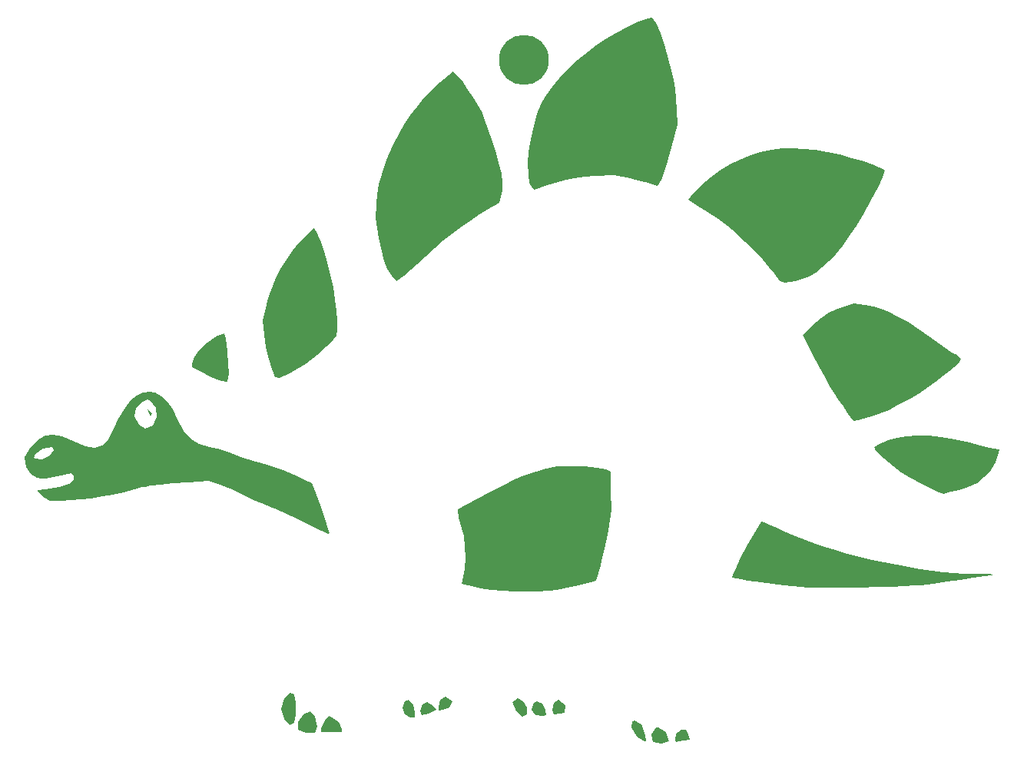
<source format=gbr>
%TF.GenerationSoftware,KiCad,Pcbnew,7.0.1*%
%TF.CreationDate,2023-04-19T22:10:58+02:00*%
%TF.ProjectId,Dino,44696e6f-2e6b-4696-9361-645f70636258,rev?*%
%TF.SameCoordinates,Original*%
%TF.FileFunction,Soldermask,Top*%
%TF.FilePolarity,Negative*%
%FSLAX46Y46*%
G04 Gerber Fmt 4.6, Leading zero omitted, Abs format (unit mm)*
G04 Created by KiCad (PCBNEW 7.0.1) date 2023-04-19 22:10:58*
%MOMM*%
%LPD*%
G01*
G04 APERTURE LIST*
%ADD10C,5.500000*%
G04 APERTURE END LIST*
%TO.C,svg2mod*%
G36*
X39236484Y-70210589D02*
G01*
X39109654Y-70553772D01*
X38708369Y-69590348D01*
X39236484Y-70210589D01*
G37*
G36*
X84802475Y-102373665D02*
G01*
X84741391Y-103221030D01*
X83585524Y-103369040D01*
X83340486Y-102846406D01*
X83561164Y-102107041D01*
X84074183Y-101731560D01*
X84802475Y-102373665D01*
G37*
G36*
X80189617Y-101906875D02*
G01*
X80600285Y-102625929D01*
X80611280Y-103390180D01*
X80095528Y-103600693D01*
X79363788Y-103009590D01*
X78964904Y-101981655D01*
X79582275Y-101588250D01*
X80189617Y-101906875D01*
G37*
G36*
X57246563Y-103648531D02*
G01*
X57478149Y-104705429D01*
X57195565Y-105396490D01*
X56168958Y-105412144D01*
X55360742Y-105037040D01*
X55390580Y-104252027D01*
X55954403Y-103408776D01*
X56683411Y-103058910D01*
X57246563Y-103648531D01*
G37*
G36*
X70264855Y-102408160D02*
G01*
X70567918Y-102793440D01*
X70382321Y-102964950D01*
X69708065Y-103300890D01*
X68984053Y-103439730D01*
X68827068Y-103021320D01*
X69038443Y-102268463D01*
X69543613Y-101992320D01*
X70264855Y-102408160D01*
G37*
G36*
X72361331Y-101929035D02*
G01*
X72038594Y-102612540D01*
X71244523Y-102842760D01*
X70847488Y-102922660D01*
X70847488Y-102551470D01*
X71048875Y-101751173D01*
X71571079Y-101442590D01*
X71571079Y-101442570D01*
X72361331Y-101929035D01*
G37*
G36*
X95917998Y-105344804D02*
G01*
X96222539Y-106329160D01*
X95434465Y-106615815D01*
X94455847Y-106411460D01*
X94293609Y-105538165D01*
X94810595Y-104835060D01*
X95064322Y-104809160D01*
X95064322Y-104809150D01*
X95917998Y-105344804D01*
G37*
G36*
X98320493Y-105568020D02*
G01*
X98529583Y-106143610D01*
X97749606Y-106284560D01*
X97016617Y-106383160D01*
X96922637Y-106136490D01*
X97031567Y-105465305D01*
X97629784Y-105081640D01*
X98069107Y-105037040D01*
X98320493Y-105568020D01*
G37*
G36*
X59098465Y-103672090D02*
G01*
X59817205Y-104173923D01*
X60162710Y-104943070D01*
X60165110Y-105340110D01*
X59011592Y-105340110D01*
X57855725Y-105340110D01*
X57855725Y-104896090D01*
X58292699Y-104015090D01*
X58729673Y-103578110D01*
X59098465Y-103672090D01*
G37*
G36*
X68056870Y-102254564D02*
G01*
X68223286Y-103195140D01*
X68176306Y-103681450D01*
X67744030Y-103723750D01*
X67136660Y-103390238D01*
X66875341Y-102604392D01*
X67137905Y-101900680D01*
X67539639Y-101785560D01*
X67539634Y-101785550D01*
X68056870Y-102254564D01*
G37*
G36*
X81699012Y-101917200D02*
G01*
X82280229Y-102153086D01*
X82631694Y-102901560D01*
X82713924Y-103423110D01*
X82373272Y-103512310D01*
X81494736Y-103423876D01*
X81052375Y-102845114D01*
X81306679Y-102116820D01*
X81699016Y-101917120D01*
X81699012Y-101917200D01*
G37*
G36*
X92418990Y-104038900D02*
G01*
X93164734Y-104456145D01*
X93610097Y-105636440D01*
X93694667Y-106350640D01*
X93492624Y-106345640D01*
X92711198Y-105834726D01*
X92134902Y-104839654D01*
X92202845Y-104118480D01*
X92418983Y-104038580D01*
X92418990Y-104038900D01*
G37*
G36*
X54940216Y-101184170D02*
G01*
X55089857Y-102010425D01*
X55100140Y-103393242D01*
X54963706Y-104339310D01*
X54410844Y-104530896D01*
X53808627Y-103863737D01*
X53525919Y-102746470D01*
X53822054Y-101565909D01*
X54477396Y-101012670D01*
X54477398Y-101012670D01*
X54940216Y-101184170D01*
G37*
G36*
X47385754Y-61979803D02*
G01*
X47552100Y-63312379D01*
X47685405Y-64768503D01*
X47724509Y-65779014D01*
X47724505Y-65779014D01*
X47536174Y-66731589D01*
X46911779Y-66586125D01*
X45811407Y-66166315D01*
X44649325Y-65630209D01*
X43638928Y-65111459D01*
X43687439Y-64765338D01*
X43922346Y-63975597D01*
X44396507Y-63231696D01*
X45104579Y-62542018D01*
X46419801Y-61665664D01*
X47247522Y-61339938D01*
X47385754Y-61979803D01*
G37*
G36*
X124870915Y-72666184D02*
G01*
X126240735Y-72812928D01*
X127717630Y-73065786D01*
X129306250Y-73424711D01*
X130509198Y-73720163D01*
X131512237Y-73956493D01*
X132098218Y-74082534D01*
X132652878Y-74180434D01*
X132558213Y-74568326D01*
X132207822Y-75568986D01*
X131680452Y-76460565D01*
X130993616Y-77226982D01*
X130164830Y-77852158D01*
X129211607Y-78320011D01*
X128151462Y-78614461D01*
X126951242Y-78914740D01*
X126951290Y-78914744D01*
X126452878Y-79036494D01*
X125758389Y-78812028D01*
X124264198Y-78046246D01*
X122851501Y-77285470D01*
X121849428Y-76678238D01*
X120978709Y-76038624D01*
X119960074Y-75180700D01*
X119011003Y-74313813D01*
X118883579Y-73887743D01*
X119465172Y-73525859D01*
X120369373Y-73141312D01*
X121357398Y-72863119D01*
X122433897Y-72691232D01*
X123603519Y-72625603D01*
X124870915Y-72666184D01*
G37*
G36*
X57355540Y-50209368D02*
G01*
X57785009Y-51161971D01*
X58194898Y-52298513D01*
X58574969Y-53565594D01*
X58914982Y-54909812D01*
X59204698Y-56277767D01*
X59433879Y-57616057D01*
X59592284Y-58871281D01*
X59669674Y-59990038D01*
X59655811Y-60918928D01*
X59540455Y-61604549D01*
X59208647Y-62052974D01*
X58464361Y-62802737D01*
X57448494Y-63720366D01*
X56301945Y-64672388D01*
X55474204Y-65224504D01*
X54442630Y-65791042D01*
X53336563Y-66284727D01*
X52845192Y-66217944D01*
X52579963Y-65537881D01*
X52336104Y-64718512D01*
X52076690Y-63914028D01*
X51835537Y-62885065D01*
X51635585Y-61525990D01*
X51464972Y-59931835D01*
X51766149Y-58566970D01*
X52060360Y-57436358D01*
X52437100Y-56335732D01*
X52895610Y-55266423D01*
X53435136Y-54229760D01*
X54054919Y-53227075D01*
X54754205Y-52259699D01*
X55532235Y-51328963D01*
X56388254Y-50436197D01*
X57109033Y-49732677D01*
X57355540Y-50209368D01*
G37*
G36*
X117805486Y-58275199D02*
G01*
X118779227Y-58447267D01*
X119646118Y-58672674D01*
X120498947Y-58998597D01*
X121430506Y-59472210D01*
X122533586Y-60140691D01*
X123900976Y-61051213D01*
X125625468Y-62250954D01*
X126582004Y-62905002D01*
X127424670Y-63448741D01*
X127971033Y-63764455D01*
X128451985Y-64169880D01*
X128200199Y-64698556D01*
X127141064Y-65507139D01*
X126477295Y-65995627D01*
X125590850Y-66692847D01*
X124743785Y-67342069D01*
X123842016Y-67952224D01*
X122794878Y-68580946D01*
X121511708Y-69285869D01*
X120458197Y-69814870D01*
X119484316Y-70209891D01*
X118264002Y-70603189D01*
X118264002Y-70603186D01*
X117037091Y-70912152D01*
X116531892Y-71004183D01*
X115990608Y-70277528D01*
X115449323Y-69451983D01*
X114901148Y-68618264D01*
X114467595Y-67993796D01*
X113973335Y-67198054D01*
X113405965Y-66209427D01*
X112753082Y-65006303D01*
X112002283Y-63567070D01*
X110971076Y-61560184D01*
X112107187Y-60454198D01*
X112983177Y-59677841D01*
X113838836Y-59094445D01*
X114750982Y-58659772D01*
X115796431Y-58329583D01*
X116676234Y-58103239D01*
X117805486Y-58275199D01*
G37*
G36*
X86962159Y-76037090D02*
G01*
X88293924Y-76189324D01*
X89333091Y-76392508D01*
X89774861Y-76600949D01*
X89801699Y-77277469D01*
X89840248Y-78781293D01*
X89887123Y-80874259D01*
X89532280Y-83039396D01*
X89356166Y-84016753D01*
X89138960Y-85077332D01*
X88908245Y-86093255D01*
X88691606Y-86936643D01*
X88205776Y-88668753D01*
X87573726Y-88835324D01*
X86229208Y-89170245D01*
X84993671Y-89438395D01*
X83885229Y-89636174D01*
X82921996Y-89759982D01*
X82921997Y-89760035D01*
X81757403Y-89838827D01*
X80510270Y-89862116D01*
X79221851Y-89832466D01*
X77933398Y-89752438D01*
X76686165Y-89624594D01*
X75521406Y-89451498D01*
X74480372Y-89235711D01*
X73422124Y-88976715D01*
X73506841Y-88606247D01*
X73704044Y-87395646D01*
X73784920Y-86091523D01*
X73752700Y-84821181D01*
X73610611Y-83711920D01*
X73361883Y-82891043D01*
X73037067Y-81656068D01*
X72999901Y-80743526D01*
X74976065Y-79660756D01*
X76595505Y-78790427D01*
X77921656Y-78102966D01*
X79017951Y-77568799D01*
X79947823Y-77158353D01*
X80774706Y-76842054D01*
X81562035Y-76590330D01*
X82373242Y-76373606D01*
X83910487Y-75992924D01*
X85642596Y-75981496D01*
X86962159Y-76037090D01*
G37*
G36*
X111080526Y-41011841D02*
G01*
X112348739Y-41159365D01*
X113699009Y-41387422D01*
X115077937Y-41683371D01*
X116432127Y-42034565D01*
X117708181Y-42428364D01*
X118852702Y-42852123D01*
X119812291Y-43293198D01*
X120061499Y-43423922D01*
X119766330Y-44178458D01*
X119285934Y-45293849D01*
X118462087Y-46850435D01*
X117657463Y-48271808D01*
X116869790Y-49560538D01*
X116096797Y-50719195D01*
X115336215Y-51750350D01*
X114585770Y-52656574D01*
X113843193Y-53440438D01*
X113106213Y-54104512D01*
X112372558Y-54651367D01*
X111639958Y-55083573D01*
X110906141Y-55403703D01*
X110168836Y-55614325D01*
X109034197Y-55808385D01*
X108429515Y-55591312D01*
X107812850Y-54768557D01*
X107291356Y-54085816D01*
X106539931Y-53221482D01*
X105634284Y-52256247D01*
X104650123Y-51270802D01*
X103663158Y-50345835D01*
X102696319Y-49531033D01*
X101636840Y-48741682D01*
X100513514Y-47998002D01*
X99355132Y-47320216D01*
X98373905Y-46651368D01*
X98856553Y-45928907D01*
X99821672Y-45001563D01*
X100828017Y-44165685D01*
X101872126Y-43422824D01*
X102950542Y-42774529D01*
X104059806Y-42222353D01*
X105196457Y-41767844D01*
X106357038Y-41412553D01*
X107538089Y-41158031D01*
X108736152Y-41005828D01*
X109947766Y-40957494D01*
X111080526Y-41011841D01*
G37*
G36*
X73087390Y-33180644D02*
G01*
X73535224Y-33715690D01*
X74101004Y-34505127D01*
X74662243Y-35378046D01*
X75604313Y-36937481D01*
X76525496Y-39563978D01*
X77077130Y-41215299D01*
X77481644Y-42614108D01*
X77744583Y-43791174D01*
X77871493Y-44777264D01*
X77867919Y-45603148D01*
X77739405Y-46299592D01*
X77549410Y-46944489D01*
X76174350Y-47743017D01*
X75304518Y-48275570D01*
X74374419Y-48895825D01*
X73400449Y-49591045D01*
X72399003Y-50348494D01*
X71386477Y-51155438D01*
X70379268Y-51999140D01*
X69393770Y-52866864D01*
X68446380Y-53745875D01*
X67789792Y-54349394D01*
X67049283Y-55000869D01*
X67049282Y-55000875D01*
X66191747Y-55626304D01*
X65655947Y-55043914D01*
X65189523Y-54274294D01*
X64838692Y-53432972D01*
X64548596Y-52355744D01*
X64264383Y-50878410D01*
X63885201Y-48685886D01*
X63974645Y-47170290D01*
X64082941Y-46078679D01*
X64277599Y-44970407D01*
X64554648Y-43852593D01*
X64910113Y-42732355D01*
X65340022Y-41616813D01*
X65840403Y-40513085D01*
X66407281Y-39428290D01*
X67036684Y-38369547D01*
X67724640Y-37343974D01*
X68467175Y-36358691D01*
X69260316Y-35420817D01*
X70100091Y-34537470D01*
X70982526Y-33715769D01*
X71903649Y-32962833D01*
X72454607Y-32542676D01*
X73087390Y-33180644D01*
G37*
G36*
X94779290Y-27163753D02*
G01*
X95293089Y-28263185D01*
X95746141Y-29560507D01*
X96191842Y-31138069D01*
X96516619Y-32394264D01*
X96743772Y-33454895D01*
X96896605Y-34445768D01*
X96998418Y-35492688D01*
X97072514Y-36721458D01*
X97152613Y-38325222D01*
X96768808Y-39969164D01*
X96365679Y-41508360D01*
X95897920Y-43027390D01*
X95458034Y-44247134D01*
X95138523Y-44888472D01*
X94923189Y-45132649D01*
X93963625Y-44795525D01*
X92861928Y-44483367D01*
X91560637Y-44206263D01*
X90117212Y-43954124D01*
X88096417Y-44047045D01*
X86898068Y-44131401D01*
X85778342Y-44262287D01*
X84914141Y-44419024D01*
X84914143Y-44419024D01*
X83746072Y-44743031D01*
X82568745Y-45130159D01*
X81384828Y-45562235D01*
X81173586Y-45350995D01*
X80871749Y-44778451D01*
X80711691Y-43868060D01*
X80684168Y-42703266D01*
X80779940Y-41367511D01*
X80989762Y-39944239D01*
X81304394Y-38516892D01*
X81714592Y-37168914D01*
X82211115Y-35983748D01*
X82707700Y-35129950D01*
X83373547Y-34179615D01*
X84117578Y-33253935D01*
X84848714Y-32474104D01*
X85767378Y-31608913D01*
X86561521Y-30907666D01*
X87336576Y-30285761D01*
X88197977Y-29658599D01*
X89251160Y-28941579D01*
X90383408Y-28257105D01*
X91668327Y-27584054D01*
X92897847Y-27018186D01*
X93863900Y-26655262D01*
X94358418Y-26591041D01*
X94779290Y-27163753D01*
G37*
G36*
X106706540Y-82189888D02*
G01*
X107235533Y-82415960D01*
X108087852Y-82830798D01*
X108978860Y-83256148D01*
X109963641Y-83677584D01*
X111031565Y-84092637D01*
X112172001Y-84498838D01*
X113374322Y-84893718D01*
X114627895Y-85274809D01*
X115922093Y-85639642D01*
X117246286Y-85985748D01*
X118589843Y-86310658D01*
X119942135Y-86611904D01*
X121292532Y-86887016D01*
X122630406Y-87133526D01*
X123945125Y-87348965D01*
X125226060Y-87530864D01*
X126462582Y-87676754D01*
X127644061Y-87784167D01*
X128759868Y-87850634D01*
X129799372Y-87873686D01*
X131402150Y-87894337D01*
X132029355Y-87942333D01*
X131714706Y-88011879D01*
X130917942Y-88143866D01*
X129762928Y-88320226D01*
X128373530Y-88522891D01*
X126873616Y-88733794D01*
X125387051Y-88934866D01*
X124037701Y-89108040D01*
X124037701Y-89108044D01*
X123287711Y-89172126D01*
X122146617Y-89234375D01*
X120718935Y-89292465D01*
X119109179Y-89344073D01*
X117421863Y-89386872D01*
X115761503Y-89418539D01*
X114232612Y-89436748D01*
X112939705Y-89439174D01*
X111987297Y-89423492D01*
X111479903Y-89387379D01*
X110928996Y-89318461D01*
X109762227Y-89190063D01*
X108232197Y-89029981D01*
X107000204Y-88894907D01*
X105833173Y-88751130D01*
X104862737Y-88615838D01*
X104220527Y-88506215D01*
X103167877Y-88285465D01*
X103265284Y-87971912D01*
X103567339Y-87259961D01*
X104128019Y-86130677D01*
X104823670Y-84823838D01*
X105530637Y-83579218D01*
X106407799Y-82098242D01*
X106706540Y-82189888D01*
G37*
G36*
X26541288Y-77290643D02*
G01*
X25851845Y-76872047D01*
X25351505Y-76081051D01*
X25189879Y-75049063D01*
X26189903Y-75049063D01*
X26398211Y-75180858D01*
X27164312Y-75222096D01*
X28011176Y-74818115D01*
X28410798Y-74220790D01*
X28220606Y-73894203D01*
X27275731Y-74097692D01*
X26355600Y-74685400D01*
X26189903Y-75049063D01*
X25189879Y-75049063D01*
X25185858Y-75023391D01*
X25918852Y-73881130D01*
X26733064Y-73082285D01*
X27522125Y-72628342D01*
X28364464Y-72508105D01*
X29338511Y-72710380D01*
X30522694Y-73223972D01*
X31894121Y-73814960D01*
X32951771Y-73997852D01*
X33776478Y-73748174D01*
X34449076Y-73041455D01*
X35050401Y-71853222D01*
X35640266Y-70591574D01*
X35687539Y-70513969D01*
X37321955Y-70513969D01*
X37794958Y-71421859D01*
X38539740Y-71838358D01*
X39314807Y-71523320D01*
X39762823Y-70639688D01*
X39671205Y-69574168D01*
X39082041Y-68816256D01*
X38786244Y-68657950D01*
X38253566Y-68929333D01*
X37485592Y-69624610D01*
X37321955Y-70513969D01*
X35687539Y-70513969D01*
X36268091Y-69560915D01*
X36924352Y-68762549D01*
X37599521Y-68197779D01*
X38284071Y-67867910D01*
X38968477Y-67774245D01*
X39643211Y-67918088D01*
X40298748Y-68300742D01*
X40925561Y-68923512D01*
X41514124Y-69787701D01*
X42054910Y-70894612D01*
X42698875Y-72119117D01*
X43482917Y-73000070D01*
X44452333Y-73575082D01*
X45652422Y-73881767D01*
X46789018Y-74142064D01*
X48014651Y-74598936D01*
X48853391Y-74931589D01*
X49826605Y-75259649D01*
X50723597Y-75512093D01*
X51982897Y-75835778D01*
X52982257Y-76150428D01*
X53936182Y-76532564D01*
X55059176Y-77058705D01*
X56139593Y-77561690D01*
X56686124Y-77770896D01*
X56873653Y-77897227D01*
X57204783Y-78697157D01*
X57940884Y-80802088D01*
X58364661Y-82026459D01*
X58684431Y-82946910D01*
X58830962Y-83364150D01*
X58614277Y-83475843D01*
X57062778Y-82727259D01*
X55212488Y-81789057D01*
X53923427Y-81159459D01*
X53016262Y-80753942D01*
X52311659Y-80487984D01*
X51572584Y-80194100D01*
X50479223Y-79709280D01*
X49268284Y-79138484D01*
X48068905Y-78574874D01*
X47005850Y-78108889D01*
X46309263Y-77841413D01*
X45515380Y-77596697D01*
X43205900Y-77758302D01*
X41517726Y-77888460D01*
X40161759Y-78022922D01*
X39058075Y-78172523D01*
X38539740Y-78270238D01*
X38126749Y-78348094D01*
X37287857Y-78560469D01*
X36125452Y-78868495D01*
X34935967Y-79136815D01*
X33737026Y-79362753D01*
X32546253Y-79543634D01*
X31381272Y-79676781D01*
X30259706Y-79759519D01*
X29199178Y-79789170D01*
X28038936Y-79791696D01*
X27394897Y-79466926D01*
X26707563Y-78907088D01*
X26664272Y-78672020D01*
X27501450Y-78571269D01*
X29049806Y-78305675D01*
X30113266Y-77951616D01*
X30643662Y-77532460D01*
X30592825Y-77071573D01*
X30343608Y-76741179D01*
X28853082Y-77119008D01*
X27511234Y-77363932D01*
X27164312Y-77337719D01*
X26541288Y-77290643D01*
G37*
G36*
X58830968Y-83364167D02*
G01*
X58830962Y-83364150D01*
X58830964Y-83364149D01*
X58830968Y-83364167D01*
G37*
%TD*%
D10*
%TO.C,svg2mod*%
X80250000Y-31200000D03*
%TD*%
M02*

</source>
